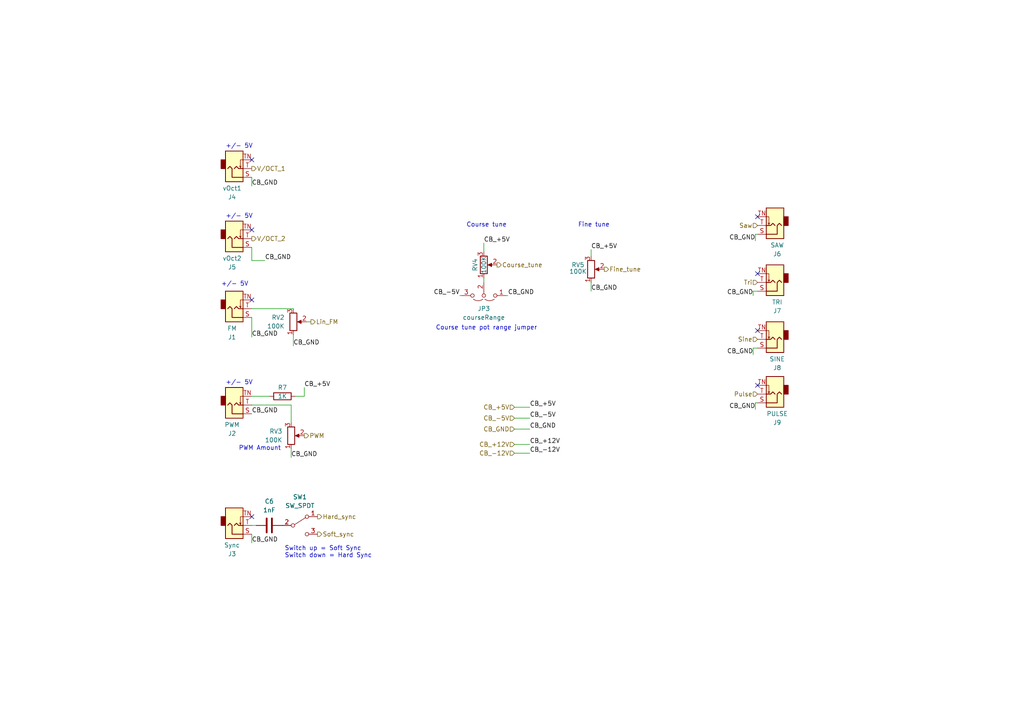
<source format=kicad_sch>
(kicad_sch (version 20230121) (generator eeschema)
  (paper "A4")
  (title_block (title "Eurorack 3340 VCO") (date "2024-02-16") (rev "0.1.2") (company "DIYSynthMNL") (comment 1 "This Revision is a Prototype"))
  (lib_symbols
    (symbol "DIYSynthMNL:PJ3001F"
      (property "Reference" "J" (at 0 8.89 0))
      (property "Value" "PJ3001F" (at 0 6.35 0))
      (symbol "PJ3001F_0_1"
        (rectangle (start -3.81 0) (end -2.54 -2.54) (stroke (width 0.254)) (fill (type outline)))
        (rectangle (start -2.54 3.81) (end 2.54 -5.08) (stroke (width 0.254)) (fill (type background)))
        (polyline (pts (xy 1.778 -0.254) (xy 2.032 -0.762)))
        (polyline (pts (xy 0 0) (xy 0.635 -0.635) (xy 1.27 0) (xy 2.54 0)) (stroke (width 0.254)))
        (polyline (pts (xy 2.54 -2.54) (xy 1.778 -2.54) (xy 1.778 -0.254) (xy 1.524 -0.762)))
        (polyline (pts (xy 2.54 2.54) (xy -0.635 2.54) (xy -0.635 0) (xy -1.27 -0.635) (xy -1.905 0)) (stroke (width 0.254)))
      )
      (symbol "PJ3001F_1_1"
        (pin passive line (at 5.08 2.54 180) (length 2.54) (name "~") (number "S"))
        (pin passive line (at 5.08 0 180) (length 2.54) (name "~") (number "T"))
        (pin passive line (at 5.08 -2.54 180) (length 2.54) (name "~") (number "TN"))
      )
    )
    (symbol "Device:C" (pin_numbers hide) (pin_names (offset 0.254))
      (property "Reference" "C" (at 0.635 2.54 0))
      (property "Value" "C" (at 0.635 -2.54 0))
      (symbol "C_0_1"
        (polyline (pts (xy -2.032 -0.762) (xy 2.032 -0.762)) (stroke (width 0.508)))
        (polyline (pts (xy -2.032 0.762) (xy 2.032 0.762)) (stroke (width 0.508)))
      )
      (symbol "C_1_1"
        (pin passive line (at 0 3.81 270) (length 2.794) (name "~") (number "1"))
        (pin passive line (at 0 -3.81 90) (length 2.794) (name "~") (number "2"))
      )
    )
    (symbol "Device:R" (pin_numbers hide) (pin_names (offset 0))
      (property "Reference" "R" (at 2.032 0 90))
      (property "Value" "R" (at 0 0 90))
      (symbol "R_0_1"
        (rectangle (start -1.016 -2.54) (end 1.016 2.54) (stroke (width 0.254)))
      )
      (symbol "R_1_1"
        (pin passive line (at 0 3.81 270) (length 1.27) (name "~") (number "1"))
        (pin passive line (at 0 -3.81 90) (length 1.27) (name "~") (number "2"))
      )
    )
    (symbol "Device:R_Potentiometer" (pin_names (offset 1.016) hide)
      (property "Reference" "RV" (at -4.445 0 90))
      (property "Value" "R_Potentiometer" (at -2.54 0 90))
      (symbol "R_Potentiometer_0_1"
        (polyline (pts (xy 2.54 0) (xy 1.524 0)))
        (polyline (pts (xy 1.143 0) (xy 2.286 0.508) (xy 2.286 -0.508) (xy 1.143 0)) (fill (type outline)))
        (rectangle (start 1.016 2.54) (end -1.016 -2.54) (stroke (width 0.254)))
      )
      (symbol "R_Potentiometer_1_1"
        (pin passive line (at 0 3.81 270) (length 1.27) (name "1") (number "1"))
        (pin passive line (at 3.81 0 180) (length 1.27) (name "2") (number "2"))
        (pin passive line (at 0 -3.81 90) (length 1.27) (name "3") (number "3"))
      )
    )
    (symbol "Jumper:Jumper_3_Open" (pin_names (offset 0) hide)
      (property "Reference" "JP" (at -2.54 -2.54 0))
      (property "Value" "Jumper_3_Open" (at 0 2.794 0))
      (symbol "Jumper_3_Open_0_0"
        (circle (center -3.302 0) (radius 0.508))
        (circle (center 0 0) (radius 0.508))
        (circle (center 3.302 0) (radius 0.508))
      )
      (symbol "Jumper_3_Open_0_1"
        (arc (start -0.254 1.016) (mid -1.651 1.4992) (end -3.048 1.016))
        (polyline (pts (xy 0 -0.508) (xy 0 -1.27)))
        (arc (start 3.048 1.016) (mid 1.651 1.4992) (end 0.254 1.016))
      )
      (symbol "Jumper_3_Open_1_1"
        (pin passive line (at -6.35 0 0) (length 2.54) (name "A") (number "1"))
        (pin passive line (at 0 -3.81 90) (length 2.54) (name "C") (number "2"))
        (pin passive line (at 6.35 0 180) (length 2.54) (name "B") (number "3"))
      )
    )
    (symbol "Switch:SW_SPDT" (pin_names (offset 0) hide)
      (property "Reference" "SW" (at 0 4.318 0))
      (property "Value" "SW_SPDT" (at 0 -5.08 0))
      (symbol "SW_SPDT_0_0"
        (circle (center -2.032 0) (radius 0.508))
        (circle (center 2.032 -2.54) (radius 0.508))
      )
      (symbol "SW_SPDT_0_1"
        (polyline (pts (xy -1.524 0.254) (xy 1.651 2.286)))
        (circle (center 2.032 2.54) (radius 0.508))
      )
      (symbol "SW_SPDT_1_1"
        (pin passive line (at 5.08 2.54 180) (length 2.54) (name "A") (number "1"))
        (pin passive line (at -5.08 0 0) (length 2.54) (name "B") (number "2"))
        (pin passive line (at 5.08 -2.54 180) (length 2.54) (name "C") (number "3"))
      )
    )
  )
  (no_connect (at 73.025 149.86))
  (no_connect (at 73.025 46.355))
  (no_connect (at 73.025 86.995))
  (no_connect (at 219.71 62.865))
  (no_connect (at 219.71 95.885))
  (no_connect (at 219.71 79.375))
  (no_connect (at 219.71 111.76))
  (no_connect (at 73.025 66.675))
  (wire (pts (xy 85.09 97.155) (xy 85.09 100.33)))
  (wire (pts (xy 218.44 100.965) (xy 218.44 102.87)))
  (wire (pts (xy 140.335 70.485) (xy 140.335 73.025)))
  (wire (pts (xy 219.71 100.965) (xy 218.44 100.965)))
  (wire (pts (xy 140.335 80.645) (xy 140.335 81.915)))
  (wire (pts (xy 73.025 51.435) (xy 73.025 53.975)))
  (wire (pts (xy 219.075 116.84) (xy 219.075 118.745)))
  (wire (pts (xy 149.225 118.11) (xy 153.67 118.11)))
  (wire (pts (xy 219.71 84.455) (xy 218.44 84.455)))
  (wire (pts (xy 146.685 85.725) (xy 147.32 85.725)))
  (wire (pts (xy 76.835 75.565) (xy 73.025 75.565)))
  (wire (pts (xy 219.71 67.945) (xy 219.075 67.945)))
  (wire (pts (xy 73.025 152.4) (xy 74.295 152.4)))
  (wire (pts (xy 171.45 81.915) (xy 171.45 84.455)))
  (wire (pts (xy 73.025 92.075) (xy 73.025 97.79)))
  (wire (pts (xy 84.455 117.475) (xy 84.455 122.555)))
  (wire (pts (xy 149.225 131.445) (xy 153.67 131.445)))
  (wire (pts (xy 90.17 93.345) (xy 88.9 93.345)))
  (wire (pts (xy 218.44 84.455) (xy 218.44 85.725)))
  (wire (pts (xy 133.35 85.725) (xy 133.985 85.725)))
  (wire (pts (xy 153.67 121.285) (xy 149.225 121.285)))
  (wire (pts (xy 73.025 114.935) (xy 78.105 114.935)))
  (wire (pts (xy 73.025 154.94) (xy 73.025 157.48)))
  (wire (pts (xy 219.075 67.945) (xy 219.075 69.85)))
  (wire (pts (xy 149.225 128.905) (xy 153.67 128.905)))
  (wire (pts (xy 85.09 89.535) (xy 73.025 89.535)))
  (wire (pts (xy 84.455 130.175) (xy 84.455 132.715)))
  (wire (pts (xy 73.025 117.475) (xy 84.455 117.475)))
  (wire (pts (xy 73.025 75.565) (xy 73.025 71.755)))
  (wire (pts (xy 149.225 124.46) (xy 153.67 124.46)))
  (wire (pts (xy 171.45 72.39) (xy 171.45 74.295)))
  (wire (pts (xy 88.265 114.935) (xy 88.265 112.395)))
  (wire (pts (xy 219.075 116.84) (xy 219.71 116.84)))
  (wire (pts (xy 85.725 114.935) (xy 88.265 114.935)))
  (text "+/- 5V" (at 65.405 43.18 0) (effects (font (size 1.27 1.27)) (justify left bottom)))
  (text "Fine tune" (at 167.64 66.04 0) (effects (font (size 1.27 1.27)) (justify left bottom)))
  (text "Switch up = Soft Sync\nSwitch down = Hard Sync" (at 82.55 161.925 0) (effects (font (size 1.27 1.27)) (justify left bottom)))
  (text "Course tune pot range jumper" (at 126.365 95.885 0) (effects (font (size 1.27 1.27)) (justify left bottom)))
  (text "+/- 5V" (at 64.135 83.185 0) (effects (font (size 1.27 1.27)) (justify left bottom)))
  (text "Course tune" (at 135.255 66.04 0) (effects (font (size 1.27 1.27)) (justify left bottom)))
  (text "PWM Amount" (at 69.215 130.81 0) (effects (font (size 1.27 1.27)) (justify left bottom)))
  (text "+/- 5V" (at 65.405 63.5 0) (effects (font (size 1.27 1.27)) (justify left bottom)))
  (text "+/- 5V" (at 65.405 111.76 0) (effects (font (size 1.27 1.27)) (justify left bottom)))
  (label "CB_GND" (at 73.025 97.79 0))
  (label "CB_GND" (at 76.835 75.565 0))
  (label "CB_-12V" (at 153.67 131.445 0))
  (label "CB_-5V" (at 133.35 85.725 180))
  (label "CB_GND" (at 84.455 132.715 0))
  (label "CB_-5V" (at 153.67 121.285 0))
  (label "CB_GND" (at 73.025 120.015 0))
  (label "CB_GND" (at 85.09 100.33 0))
  (label "CB_GND" (at 218.44 102.87 180))
  (label "CB_+12V" (at 153.67 128.905 0))
  (label "CB_GND" (at 73.025 157.48 0))
  (label "CB_GND" (at 153.67 124.46 0))
  (label "CB_GND" (at 219.075 69.85 180))
  (label "CB_+5V" (at 88.265 112.395 0))
  (label "CB_GND" (at 219.075 118.745 180))
  (label "CB_GND" (at 218.44 85.725 180))
  (label "CB_+5V" (at 153.67 118.11 0))
  (label "CB_GND" (at 73.025 53.975 0))
  (label "CB_+5V" (at 140.335 70.485 0))
  (label "CB_GND" (at 171.45 84.455 0))
  (label "CB_+5V" (at 171.45 72.39 0))
  (label "CB_GND" (at 147.32 85.725 0))
  (hierarchical_label "Course_tune" (shape output) (at 144.145 76.835 0))
  (hierarchical_label "Tri" (shape input) (at 219.71 81.915 180))
  (hierarchical_label "Fine_tune" (shape output) (at 175.26 78.105 0))
  (hierarchical_label "CB_+5V" (shape input) (at 149.225 118.11 180))
  (hierarchical_label "Pulse" (shape input) (at 219.71 114.3 180))
  (hierarchical_label "V{slash}OCT_2" (shape output) (at 73.025 69.215 0))
  (hierarchical_label "V{slash}OCT_1" (shape output) (at 73.025 48.895 0))
  (hierarchical_label "Hard_sync" (shape output) (at 92.075 149.86 0))
  (hierarchical_label "CB_-12V" (shape input) (at 149.225 131.445 180))
  (hierarchical_label "Lin_FM" (shape output) (at 90.17 93.345 0))
  (hierarchical_label "CB_+12V" (shape input) (at 149.225 128.905 180))
  (hierarchical_label "CB_-5V" (shape input) (at 149.225 121.285 180))
  (hierarchical_label "Sine" (shape input) (at 219.71 98.425 180))
  (hierarchical_label "Soft_sync" (shape output) (at 92.075 154.94 0))
  (hierarchical_label "CB_GND" (shape input) (at 149.225 124.46 180))
  (hierarchical_label "Saw" (shape input) (at 219.71 65.405 180))
  (hierarchical_label "PWM" (shape output) (at 88.265 126.365 0))
  (symbol (lib_id "Device:R_Potentiometer") (at 171.45 78.105 0) (mirror x) (unit 1)
    (property "Reference" "RV5" (at 167.64 76.835 0))
    (property "Value" "100K" (at 167.64 78.74 0))
    (property "Footprint" "DIYSynthMNL:Potentiometer_RV09_BigPads" (effects hide))
  )
  (symbol (lib_id "Device:R") (at 81.915 114.935 90) (unit 1)
    (property "Reference" "R7" (at 81.915 112.395 90))
    (property "Value" "1K" (at 81.915 114.935 90))
    (property "Footprint" "DIYSynthMNL:R_quarter_watt_L6.3mm_D2.5mm_P7.62mm" (effects hide))
  )
  (symbol (lib_id "DIYSynthMNL:PJ3001F") (at 67.945 89.535 0) (mirror x) (unit 1)
    (property "Reference" "J1" (at 67.31 97.79 0))
    (property "Value" "FM" (at 67.31 95.25 0))
    (property "Footprint" "DIYSynthMNL:AudioJack_3.5mm_long_pads" (effects hide))
  )
  (symbol (lib_id "DIYSynthMNL:PJ3001F") (at 67.945 117.475 0) (mirror x) (unit 1)
    (property "Reference" "J2" (at 67.31 125.73 0))
    (property "Value" "PWM" (at 67.31 123.19 0))
    (property "Footprint" "DIYSynthMNL:AudioJack_3.5mm_long_pads" (effects hide))
  )
  (symbol (lib_id "DIYSynthMNL:PJ3001F") (at 224.79 65.405 180) (unit 1)
    (property "Reference" "J6" (at 225.425 73.66 0))
    (property "Value" "SAW" (at 225.425 71.12 0))
    (property "Footprint" "DIYSynthMNL:AudioJack_3.5mm_long_pads" (effects hide))
  )
  (symbol (lib_id "Switch:SW_SPDT") (at 86.995 152.4 0) (unit 1)
    (property "Reference" "SW1" (at 86.995 144.145 0))
    (property "Value" "SW_SPDT" (at 86.995 146.685 0))
    (property "Footprint" "DIYSynthMNL:ToggleSwitch_MTS-102_SPDT" (effects hide))
  )
  (symbol (lib_id "DIYSynthMNL:PJ3001F") (at 67.945 48.895 0) (mirror x) (unit 1)
    (property "Reference" "J4" (at 67.31 57.15 0))
    (property "Value" "vOct1" (at 67.31 54.61 0))
    (property "Footprint" "DIYSynthMNL:AudioJack_3.5mm_long_pads" (effects hide))
  )
  (symbol (lib_id "DIYSynthMNL:PJ3001F") (at 224.79 114.3 180) (unit 1)
    (property "Reference" "J9" (at 225.425 122.555 0))
    (property "Value" "PULSE" (at 225.425 120.015 0))
    (property "Footprint" "DIYSynthMNL:AudioJack_3.5mm_long_pads" (effects hide))
  )
  (symbol (lib_id "DIYSynthMNL:PJ3001F") (at 67.945 69.215 0) (mirror x) (unit 1)
    (property "Reference" "J5" (at 67.31 77.47 0))
    (property "Value" "vOct2" (at 67.31 74.93 0))
    (property "Footprint" "DIYSynthMNL:AudioJack_3.5mm_long_pads" (effects hide))
  )
  (symbol (lib_id "DIYSynthMNL:PJ3001F") (at 224.79 81.915 180) (unit 1)
    (property "Reference" "J7" (at 225.425 90.17 0))
    (property "Value" "TRI" (at 225.425 87.63 0))
    (property "Footprint" "DIYSynthMNL:AudioJack_3.5mm_long_pads" (effects hide))
  )
  (symbol (lib_id "Device:R_Potentiometer") (at 84.455 126.365 0) (mirror x) (unit 1)
    (property "Reference" "RV3" (at 81.915 125.095 0) (effects (justify right)))
    (property "Value" "100K" (at 81.915 127.635 0) (effects (justify right)))
    (property "Footprint" "DIYSynthMNL:Potentiometer_RV09_BigPads" (effects hide))
  )
  (symbol (lib_id "Device:R_Potentiometer") (at 85.09 93.345 0) (mirror x) (unit 1)
    (property "Reference" "RV2" (at 82.55 92.075 0) (effects (justify right)))
    (property "Value" "100K" (at 82.55 94.615 0) (effects (justify right)))
    (property "Footprint" "DIYSynthMNL:Potentiometer_RV09_BigPads" (effects hide))
  )
  (symbol (lib_id "Device:C") (at 78.105 152.4 90) (unit 1)
    (property "Reference" "C6" (at 78.105 145.415 90))
    (property "Value" "1nF" (at 78.105 147.955 90))
    (property "Footprint" "DIYSynthMNL:C_Rect_L7.0mm_W2.0mm_P5.00mm_BigPads" (effects hide))
  )
  (symbol (lib_id "Device:R_Potentiometer") (at 140.335 76.835 0) (mirror x) (unit 1)
    (property "Reference" "RV4" (at 137.795 76.835 90))
    (property "Value" "100K" (at 140.335 76.835 90))
    (property "Footprint" "DIYSynthMNL:Potentiometer_RV09_BigPads" (effects hide))
  )
  (symbol (lib_id "Jumper:Jumper_3_Open") (at 140.335 85.725 180) (unit 1)
    (property "Reference" "JP3" (at 140.335 89.535 0))
    (property "Value" "courseRange" (at 140.335 92.075 0))
    (property "Footprint" "Connector_PinHeader_2.54mm:PinHeader_1x03_P2.54mm_Vertical" (effects hide))
    (instances (project "3340-VCO" (path "" (reference "JP3") (unit 1)) (path "" (reference "JP1") (unit 1))))
  )
  (symbol (lib_id "DIYSynthMNL:PJ3001F") (at 224.79 98.425 180) (unit 1)
    (property "Reference" "J8" (at 225.425 106.68 0))
    (property "Value" "SINE" (at 225.425 104.14 0))
    (property "Footprint" "DIYSynthMNL:AudioJack_3.5mm_long_pads" (effects hide))
  )
  (symbol (lib_id "DIYSynthMNL:PJ3001F") (at 67.945 152.4 0) (mirror x) (unit 1)
    (property "Reference" "J3" (at 67.31 160.655 0))
    (property "Value" "Sync" (at 67.31 158.115 0))
    (property "Footprint" "DIYSynthMNL:AudioJack_3.5mm_long_pads" (effects hide))
  )
)
</source>
